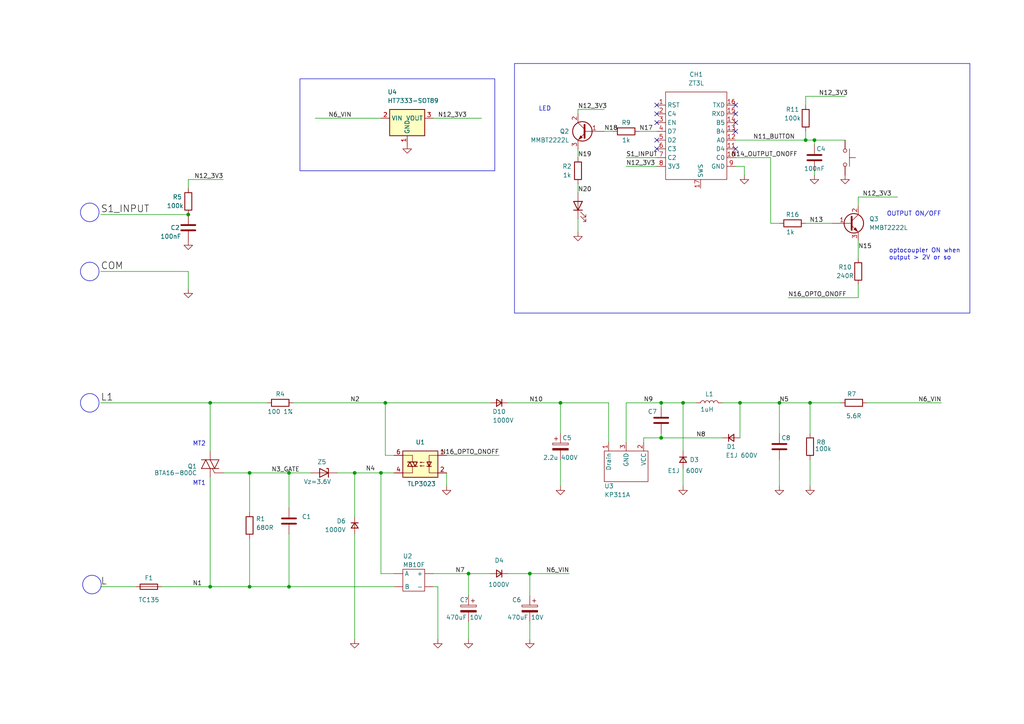
<source format=kicad_sch>
(kicad_sch (version 20230121) (generator eeschema)
  (paper "A4")
  (lib_symbols
    (symbol "Device:C" (pin_numbers hide) (pin_names (offset 0.254))
      (property "Reference" "C" (at 0.635 2.54 0))
      (property "Value" "C" (at 0.635 -2.54 0))
      (symbol "C_0_1"
        (polyline (pts (xy -2.032 -0.762) (xy 2.032 -0.762)) (stroke (width 0.508)))
        (polyline (pts (xy -2.032 0.762) (xy 2.032 0.762)) (stroke (width 0.508)))
      )
      (symbol "C_1_1"
        (pin passive line (at 0 3.81 270) (length 2.794) (name "~") (number "1"))
        (pin passive line (at 0 -3.81 90) (length 2.794) (name "~") (number "2"))
      )
    )
    (symbol "Device:C_Polarized" (pin_numbers hide) (pin_names (offset 0.254))
      (property "Reference" "C" (at 0.635 2.54 0))
      (property "Value" "C_Polarized" (at 0.635 -2.54 0))
      (symbol "C_Polarized_0_1"
        (rectangle (start -2.286 0.508) (end 2.286 1.016))
        (polyline (pts (xy -1.778 2.286) (xy -0.762 2.286)))
        (polyline (pts (xy -1.27 2.794) (xy -1.27 1.778)))
        (rectangle (start 2.286 -0.508) (end -2.286 -1.016) (fill (type outline)))
      )
      (symbol "C_Polarized_1_1"
        (pin passive line (at 0 3.81 270) (length 2.794) (name "~") (number "1"))
        (pin passive line (at 0 -3.81 90) (length 2.794) (name "~") (number "2"))
      )
    )
    (symbol "Device:D_Small" (pin_numbers hide) (pin_names (offset 0.254) hide)
      (property "Reference" "D" (at -1.27 2.032 0))
      (property "Value" "D_Small" (at -3.81 -2.032 0))
      (symbol "D_Small_0_1"
        (polyline (pts (xy -0.762 -1.016) (xy -0.762 1.016)) (stroke (width 0.254)))
        (polyline (pts (xy -0.762 0) (xy 0.762 0)))
        (polyline (pts (xy 0.762 -1.016) (xy -0.762 0) (xy 0.762 1.016) (xy 0.762 -1.016)) (stroke (width 0.254)))
      )
      (symbol "D_Small_1_1"
        (pin passive line (at -2.54 0 0) (length 1.778) (name "K") (number "1"))
        (pin passive line (at 2.54 0 180) (length 1.778) (name "A") (number "2"))
      )
    )
    (symbol "Device:D_Zener" (pin_numbers hide) (pin_names (offset 1.016) hide)
      (property "Reference" "D" (at 0 2.54 0))
      (property "Value" "D_Zener" (at 0 -2.54 0))
      (symbol "D_Zener_0_1"
        (polyline (pts (xy 1.27 0) (xy -1.27 0)))
        (polyline (pts (xy -1.27 -1.27) (xy -1.27 1.27) (xy -0.762 1.27)) (stroke (width 0.254)))
        (polyline (pts (xy 1.27 -1.27) (xy 1.27 1.27) (xy -1.27 0) (xy 1.27 -1.27)) (stroke (width 0.254)))
      )
      (symbol "D_Zener_1_1"
        (pin passive line (at -3.81 0 0) (length 2.54) (name "K") (number "1"))
        (pin passive line (at 3.81 0 180) (length 2.54) (name "A") (number "2"))
      )
    )
    (symbol "Device:Fuse" (pin_numbers hide) (pin_names (offset 0))
      (property "Reference" "F" (at 2.032 0 90))
      (property "Value" "Fuse" (at -1.905 0 90))
      (symbol "Fuse_0_1"
        (rectangle (start -0.762 -2.54) (end 0.762 2.54) (stroke (width 0.254)))
        (polyline (pts (xy 0 2.54) (xy 0 -2.54)))
      )
      (symbol "Fuse_1_1"
        (pin passive line (at 0 3.81 270) (length 1.27) (name "~") (number "1"))
        (pin passive line (at 0 -3.81 90) (length 1.27) (name "~") (number "2"))
      )
    )
    (symbol "Device:L" (pin_numbers hide) (pin_names (offset 1.016) hide)
      (property "Reference" "L" (at -1.27 0 90))
      (property "Value" "L" (at 1.905 0 90))
      (symbol "L_0_1"
        (arc (start 0 -2.54) (mid 0.6323 -1.905) (end 0 -1.27))
        (arc (start 0 -1.27) (mid 0.6323 -0.635) (end 0 0))
        (arc (start 0 0) (mid 0.6323 0.635) (end 0 1.27))
        (arc (start 0 1.27) (mid 0.6323 1.905) (end 0 2.54))
      )
      (symbol "L_1_1"
        (pin passive line (at 0 3.81 270) (length 1.27) (name "1") (number "1"))
        (pin passive line (at 0 -3.81 90) (length 1.27) (name "2") (number "2"))
      )
    )
    (symbol "Device:LED" (pin_numbers hide) (pin_names (offset 1.016) hide)
      (property "Reference" "D" (at 0 2.54 0))
      (property "Value" "LED" (at 0 -2.54 0))
      (symbol "LED_0_1"
        (polyline (pts (xy -1.27 -1.27) (xy -1.27 1.27)) (stroke (width 0.254)))
        (polyline (pts (xy -1.27 0) (xy 1.27 0)))
        (polyline (pts (xy 1.27 -1.27) (xy 1.27 1.27) (xy -1.27 0) (xy 1.27 -1.27)) (stroke (width 0.254)))
        (polyline (pts (xy -3.048 -0.762) (xy -4.572 -2.286) (xy -3.81 -2.286) (xy -4.572 -2.286) (xy -4.572 -1.524)))
        (polyline (pts (xy -1.778 -0.762) (xy -3.302 -2.286) (xy -2.54 -2.286) (xy -3.302 -2.286) (xy -3.302 -1.524)))
      )
      (symbol "LED_1_1"
        (pin passive line (at -3.81 0 0) (length 2.54) (name "K") (number "1"))
        (pin passive line (at 3.81 0 180) (length 2.54) (name "A") (number "2"))
      )
    )
    (symbol "Device:Q_NPN_BCE" (pin_names (offset 0) hide)
      (property "Reference" "Q" (at 5.08 1.27 0))
      (property "Value" "Q_NPN_BCE" (at 5.08 -1.27 0))
      (symbol "Q_NPN_BCE_0_1"
        (polyline (pts (xy 0.635 0.635) (xy 2.54 2.54)))
        (polyline (pts (xy 0.635 -0.635) (xy 2.54 -2.54) (xy 2.54 -2.54)))
        (polyline (pts (xy 0.635 1.905) (xy 0.635 -1.905) (xy 0.635 -1.905)) (stroke (width 0.508)))
        (polyline (pts (xy 1.27 -1.778) (xy 1.778 -1.27) (xy 2.286 -2.286) (xy 1.27 -1.778) (xy 1.27 -1.778)) (fill (type outline)))
        (circle (center 1.27 0) (radius 2.8194) (stroke (width 0.254)))
      )
      (symbol "Q_NPN_BCE_1_1"
        (pin input line (at -5.08 0 0) (length 5.715) (name "B") (number "1"))
        (pin passive line (at 2.54 5.08 270) (length 2.54) (name "C") (number "2"))
        (pin passive line (at 2.54 -5.08 90) (length 2.54) (name "E") (number "3"))
      )
    )
    (symbol "Device:R" (pin_numbers hide) (pin_names (offset 0))
      (property "Reference" "R" (at 2.032 0 90))
      (property "Value" "R" (at 0 0 90))
      (symbol "R_0_1"
        (rectangle (start -1.016 -2.54) (end 1.016 2.54) (stroke (width 0.254)))
      )
      (symbol "R_1_1"
        (pin passive line (at 0 3.81 270) (length 1.27) (name "~") (number "1"))
        (pin passive line (at 0 -3.81 90) (length 1.27) (name "~") (number "2"))
      )
    )
    (symbol "Isolator:TLP3023" (pin_names (offset 1.016))
      (property "Reference" "U" (at -5.08 5.08 0))
      (property "Value" "TLP3023" (at 0 5.08 0))
      (symbol "TLP3023_0_1"
        (rectangle (start -5.08 3.81) (end 5.08 -3.81) (stroke (width 0.254)) (fill (type background)))
        (polyline (pts (xy -3.175 -0.635) (xy -1.905 -0.635)) (stroke (width 0.254)))
        (polyline (pts (xy 1.905 0.635) (xy 3.683 0.635)) (stroke (width 0.254)))
        (polyline (pts (xy 2.286 -2.54) (xy 2.286 -0.635)))
        (polyline (pts (xy 2.286 -2.54) (xy 5.08 -2.54)))
        (polyline (pts (xy 2.286 2.54) (xy 2.286 0.635)))
        (polyline (pts (xy 2.286 2.54) (xy 5.08 2.54)))
        (polyline (pts (xy 2.667 -0.635) (xy 0.889 -0.635)) (stroke (width 0.254)))
        (polyline (pts (xy -5.08 2.54) (xy -2.54 2.54) (xy -2.54 0.635)))
        (polyline (pts (xy -2.54 0.762) (xy -2.54 -2.54) (xy -5.08 -2.54)))
        (polyline (pts (xy -2.54 -0.635) (xy -3.175 0.635) (xy -1.905 0.635) (xy -2.54 -0.635)) (stroke (width 0.254)))
        (polyline (pts (xy 1.524 -0.635) (xy 2.159 0.635) (xy 0.889 0.635) (xy 1.524 -0.635)) (stroke (width 0.254)))
        (polyline (pts (xy 3.048 0.635) (xy 2.413 -0.635) (xy 3.683 -0.635) (xy 3.048 0.635)) (stroke (width 0.254)))
        (polyline (pts (xy -1.143 -0.508) (xy 0.127 -0.508) (xy -0.254 -0.635) (xy -0.254 -0.381) (xy 0.127 -0.508)))
        (polyline (pts (xy -1.143 0.508) (xy 0.127 0.508) (xy -0.254 0.381) (xy -0.254 0.635) (xy 0.127 0.508)))
      )
      (symbol "TLP3023_1_1"
        (pin passive line (at -7.62 2.54 0) (length 2.54) (name "~") (number "1"))
        (pin passive line (at -7.62 -2.54 0) (length 2.54) (name "~") (number "2"))
        (pin no_connect line (at -5.08 0 0) (length 2.54) hide (name "NC") (number "3"))
        (pin passive line (at 7.62 -2.54 180) (length 2.54) (name "~") (number "4"))
        (pin passive line (at 7.62 2.54 180) (length 2.54) (name "~") (number "6"))
      )
    )
    (symbol "Regulator_Linear:HT75xx-1-SOT89"
      (property "Reference" "U" (at -5.08 -3.81 0))
      (property "Value" "HT75xx-1-SOT89" (at 0 6.35 0))
      (symbol "HT75xx-1-SOT89_0_1"
        (rectangle (start -5.08 5.08) (end 5.08 -2.54) (stroke (width 0.254)) (fill (type background)))
      )
      (symbol "HT75xx-1-SOT89_1_1"
        (pin power_in line (at 0 -5.08 90) (length 2.54) (name "GND") (number "1"))
        (pin power_in line (at -7.62 2.54 0) (length 2.54) (name "VIN") (number "2"))
        (pin power_out line (at 7.62 2.54 180) (length 2.54) (name "VOUT") (number "3"))
      )
    )
    (symbol "Switch:SW_Push" (pin_numbers hide) (pin_names (offset 1.016) hide)
      (property "Reference" "SW" (at 1.27 2.54 0))
      (property "Value" "SW_Push" (at 0 -1.524 0))
      (symbol "SW_Push_0_1"
        (circle (center -2.032 0) (radius 0.508))
        (polyline (pts (xy 0 1.27) (xy 0 3.048)))
        (polyline (pts (xy 2.54 1.27) (xy -2.54 1.27)))
        (circle (center 2.032 0) (radius 0.508))
        (pin passive line (at -5.08 0 0) (length 2.54) (name "1") (number "1"))
        (pin passive line (at 5.08 0 180) (length 2.54) (name "2") (number "2"))
      )
    )
    (symbol "Triac_Thyristor:BTA16-800C" (pin_numbers hide) (pin_names (offset 0) hide)
      (property "Reference" "Q" (at 5.08 1.905 0))
      (property "Value" "BTA16-800C" (at 5.08 0 0))
      (symbol "BTA16-800C_0_1"
        (polyline (pts (xy -2.54 -1.27) (xy 2.54 -1.27)) (stroke (width 0.2032)))
        (polyline (pts (xy -2.54 1.27) (xy 2.54 1.27)) (stroke (width 0.2032)))
        (polyline (pts (xy -1.27 -2.54) (xy -0.635 -1.27)))
        (polyline (pts (xy -2.54 1.27) (xy -1.27 -1.27) (xy 0 1.27)) (stroke (width 0.2032)))
        (polyline (pts (xy 0 -1.27) (xy 1.27 1.27) (xy 2.54 -1.27)) (stroke (width 0.2032)))
      )
      (symbol "BTA16-800C_1_1"
        (pin passive line (at 0 -3.81 90) (length 2.54) (name "A1") (number "1"))
        (pin passive line (at 0 3.81 270) (length 2.54) (name "A2") (number "2"))
        (pin input line (at -3.81 -2.54 0) (length 2.54) (name "G") (number "3"))
      )
    )
    (symbol "neutrino:KP311A"
      (property "Reference" "U" (at -1.27 -1.27 0))
      (symbol "KP311A_0_1"
        (rectangle (start 0 0) (end 12.7 -8.89))
      )
      (symbol "KP311A_1_1"
        (pin power_in line (at 1.27 2.54 270) (length 2.54) (name "Drain") (number "1"))
        (pin power_out line (at 11.43 2.54 270) (length 2.54) (name "VCC") (number "2"))
        (pin power_out line (at 6.35 2.54 270) (length 2.54) (name "GND") (number "3"))
      )
    )
    (symbol "neutrino:Rectifier"
      (property "Reference" "U" (at 0 0 0))
      (property "Value" "Rectifier" (at 0 0 0))
      (symbol "Rectifier_0_0"
        (pin unspecified line (at 1.27 -8.89 90) (length 2.54) (name "+") (number ""))
        (pin unspecified line (at 5.08 -8.89 90) (length 2.54) (name "-") (number ""))
        (pin unspecified line (at 1.27 2.54 270) (length 2.54) (name "A") (number ""))
        (pin unspecified line (at 5.08 2.54 270) (length 2.54) (name "B") (number ""))
      )
      (symbol "Rectifier_0_1"
        (rectangle (start 0 0) (end 6.35 -6.35))
      )
    )
    (symbol "neutrino:ZT3L"
      (property "Reference" "U" (at -2.54 -3.81 0))
      (property "Value" "ZT3L" (at -2.54 -3.81 0))
      (symbol "ZT3L_0_0"
        (pin unspecified line (at -2.54 -3.81 0) (length 2.54) (name "RST") (number "1"))
        (pin unspecified line (at 20.32 -19.05 180) (length 2.54) (name "C0") (number "10"))
        (pin unspecified line (at 20.32 -16.51 180) (length 2.54) (name "D4") (number "11"))
        (pin unspecified line (at 20.32 -13.97 180) (length 2.54) (name "A0") (number "12"))
        (pin unspecified line (at 20.32 -11.43 180) (length 2.54) (name "B4") (number "13"))
        (pin unspecified line (at 20.32 -8.89 180) (length 2.54) (name "B5") (number "14"))
        (pin unspecified line (at 20.32 -6.35 180) (length 2.54) (name "RXD") (number "15"))
        (pin unspecified line (at 20.32 -3.81 180) (length 2.54) (name "TXD") (number "16"))
        (pin unspecified line (at 10.16 -27.94 90) (length 2.54) (name "SWS") (number "17"))
        (pin unspecified line (at -2.54 -6.35 0) (length 2.54) (name "C4") (number "2"))
        (pin unspecified line (at -2.54 -8.89 0) (length 2.54) (name "EN") (number "3"))
        (pin unspecified line (at -2.54 -11.43 0) (length 2.54) (name "D7") (number "4"))
        (pin unspecified line (at -2.54 -13.97 0) (length 2.54) (name "D2") (number "5"))
        (pin unspecified line (at -2.54 -16.51 0) (length 2.54) (name "C3") (number "6"))
        (pin unspecified line (at -2.54 -19.05 0) (length 2.54) (name "C2") (number "7"))
        (pin unspecified line (at -2.54 -21.59 0) (length 2.54) (name "3V3") (number "8"))
        (pin unspecified line (at 20.32 -21.59 180) (length 2.54) (name "GND") (number "9"))
      )
      (symbol "ZT3L_0_1"
        (rectangle (start 0 0) (end 17.78 -25.4))
      )
    )
    (symbol "power:GND" (power) (pin_names (offset 0))
      (property "Value" "GND" (at 0 -3.81 0))
      (symbol "GND_0_1"
        (polyline (pts (xy 0 0) (xy 0 -1.27) (xy 1.27 -1.27) (xy 0 -2.54) (xy -1.27 -1.27) (xy 0 -1.27)))
      )
      (symbol "GND_1_1"
        (pin power_in line (at 0 0 270) (length 0) hide (name "GND") (number "1"))
      )
    )
  )
  (junction (at 234.95 116.84))
  (junction (at 111.76 116.84))
  (junction (at 191.77 127))
  (junction (at 191.77 116.84))
  (junction (at 83.82 170.18))
  (junction (at 233.68 40.64))
  (junction (at 162.56 116.84))
  (junction (at 102.87 137.16))
  (junction (at 214.63 116.84))
  (junction (at 60.96 170.18))
  (junction (at 135.89 166.37))
  (junction (at 60.96 116.84))
  (junction (at 54.61 62.23))
  (junction (at 83.82 137.16))
  (junction (at 72.39 137.16))
  (junction (at 198.12 116.84))
  (junction (at 72.39 170.18))
  (junction (at 226.06 116.84))
  (junction (at 236.22 40.64))
  (junction (at 153.67 166.37))
  (junction (at 110.49 137.16))
  (no_connect (at 213.36 33.02))
  (no_connect (at 213.36 38.1))
  (no_connect (at 213.36 35.56))
  (no_connect (at 190.5 43.18))
  (no_connect (at 190.5 35.56))
  (no_connect (at 190.5 40.64))
  (no_connect (at 213.36 43.18))
  (no_connect (at 190.5 33.02))
  (no_connect (at 190.5 30.48))
  (no_connect (at 213.36 30.48))
  (wire (pts (xy 233.68 27.94) (xy 245.11 27.94)))
  (wire (pts (xy 233.68 38.1) (xy 233.68 40.64)))
  (wire (pts (xy 198.12 116.84) (xy 201.93 116.84)))
  (wire (pts (xy 72.39 137.16) (xy 72.39 148.59)))
  (wire (pts (xy 176.53 116.84) (xy 176.53 128.27)))
  (wire (pts (xy 251.46 116.84) (xy 273.05 116.84)))
  (wire (pts (xy 248.92 57.15) (xy 260.35 57.15)))
  (wire (pts (xy 223.52 64.77) (xy 226.06 64.77)))
  (wire (pts (xy 234.95 116.84) (xy 234.95 125.73)))
  (wire (pts (xy 186.69 127) (xy 191.77 127)))
  (wire (pts (xy 129.54 132.08) (xy 144.78 132.08)))
  (wire (pts (xy 111.76 116.84) (xy 142.24 116.84)))
  (wire (pts (xy 236.22 41.91) (xy 236.22 40.64)))
  (wire (pts (xy 153.67 180.34) (xy 153.67 185.42)))
  (wire (pts (xy 60.96 170.18) (xy 72.39 170.18)))
  (wire (pts (xy 248.92 59.69) (xy 248.92 57.15)))
  (wire (pts (xy 102.87 137.16) (xy 102.87 149.86)))
  (wire (pts (xy 233.68 30.48) (xy 233.68 27.94)))
  (wire (pts (xy 228.6 86.36) (xy 248.92 86.36)))
  (wire (pts (xy 111.76 116.84) (xy 111.76 132.08)))
  (wire (pts (xy 110.49 166.37) (xy 114.3 166.37)))
  (wire (pts (xy 191.77 116.84) (xy 198.12 116.84)))
  (wire (pts (xy 127 170.18) (xy 125.73 170.18)))
  (wire (pts (xy 167.64 31.75) (xy 175.26 31.75)))
  (wire (pts (xy 72.39 137.16) (xy 83.82 137.16)))
  (wire (pts (xy 198.12 135.89) (xy 198.12 140.97)))
  (wire (pts (xy 214.63 116.84) (xy 214.63 127)))
  (wire (pts (xy 102.87 137.16) (xy 110.49 137.16)))
  (wire (pts (xy 29.21 62.23) (xy 54.61 62.23)))
  (wire (pts (xy 85.09 116.84) (xy 111.76 116.84)))
  (wire (pts (xy 72.39 170.18) (xy 83.82 170.18)))
  (wire (pts (xy 191.77 127) (xy 191.77 125.73)))
  (wire (pts (xy 114.3 170.18) (xy 83.82 170.18)))
  (wire (pts (xy 83.82 154.94) (xy 83.82 170.18)))
  (wire (pts (xy 191.77 118.11) (xy 191.77 116.84)))
  (wire (pts (xy 167.64 63.5) (xy 167.64 67.31)))
  (wire (pts (xy 214.63 116.84) (xy 226.06 116.84)))
  (wire (pts (xy 167.64 53.34) (xy 167.64 55.88)))
  (wire (pts (xy 248.92 74.93) (xy 248.92 69.85)))
  (wire (pts (xy 125.73 166.37) (xy 135.89 166.37)))
  (wire (pts (xy 181.61 116.84) (xy 191.77 116.84)))
  (wire (pts (xy 175.26 38.1) (xy 177.8 38.1)))
  (wire (pts (xy 167.64 43.18) (xy 167.64 45.72)))
  (wire (pts (xy 54.61 52.07) (xy 64.77 52.07)))
  (wire (pts (xy 236.22 50.8) (xy 236.22 49.53)))
  (wire (pts (xy 83.82 137.16) (xy 90.17 137.16)))
  (wire (pts (xy 147.32 116.84) (xy 162.56 116.84)))
  (wire (pts (xy 127 170.18) (xy 127 185.42)))
  (wire (pts (xy 223.52 45.72) (xy 223.52 64.77)))
  (wire (pts (xy 46.99 170.18) (xy 60.96 170.18)))
  (wire (pts (xy 191.77 127) (xy 209.55 127)))
  (wire (pts (xy 233.68 64.77) (xy 241.3 64.77)))
  (wire (pts (xy 60.96 116.84) (xy 77.47 116.84)))
  (wire (pts (xy 83.82 137.16) (xy 83.82 147.32)))
  (wire (pts (xy 226.06 116.84) (xy 234.95 116.84)))
  (wire (pts (xy 153.67 166.37) (xy 165.1 166.37)))
  (wire (pts (xy 129.54 137.16) (xy 129.54 140.97)))
  (wire (pts (xy 198.12 116.84) (xy 198.12 130.81)))
  (wire (pts (xy 29.21 116.84) (xy 60.96 116.84)))
  (wire (pts (xy 226.06 116.84) (xy 226.06 125.73)))
  (wire (pts (xy 209.55 116.84) (xy 214.63 116.84)))
  (wire (pts (xy 60.96 138.43) (xy 60.96 170.18)))
  (wire (pts (xy 125.73 34.29) (xy 139.7 34.29)))
  (wire (pts (xy 110.49 137.16) (xy 110.49 166.37)))
  (wire (pts (xy 181.61 48.26) (xy 190.5 48.26)))
  (wire (pts (xy 54.61 78.74) (xy 54.61 83.82)))
  (wire (pts (xy 236.22 40.64) (xy 245.11 40.64)))
  (wire (pts (xy 162.56 116.84) (xy 162.56 125.73)))
  (wire (pts (xy 234.95 116.84) (xy 243.84 116.84)))
  (wire (pts (xy 54.61 54.61) (xy 54.61 52.07)))
  (wire (pts (xy 186.69 127) (xy 186.69 128.27)))
  (wire (pts (xy 135.89 166.37) (xy 135.89 172.72)))
  (wire (pts (xy 213.36 48.26) (xy 215.9 48.26)))
  (wire (pts (xy 72.39 156.21) (xy 72.39 170.18)))
  (wire (pts (xy 213.36 40.64) (xy 233.68 40.64)))
  (wire (pts (xy 135.89 180.34) (xy 135.89 185.42)))
  (wire (pts (xy 91.44 34.29) (xy 110.49 34.29)))
  (wire (pts (xy 226.06 133.35) (xy 226.06 140.97)))
  (wire (pts (xy 153.67 166.37) (xy 153.67 172.72)))
  (wire (pts (xy 215.9 48.26) (xy 215.9 50.8)))
  (wire (pts (xy 167.64 33.02) (xy 167.64 31.75)))
  (wire (pts (xy 162.56 133.35) (xy 162.56 140.97)))
  (wire (pts (xy 233.68 40.64) (xy 236.22 40.64)))
  (wire (pts (xy 60.96 116.84) (xy 60.96 130.81)))
  (wire (pts (xy 111.76 132.08) (xy 114.3 132.08)))
  (wire (pts (xy 185.42 38.1) (xy 190.5 38.1)))
  (wire (pts (xy 29.21 170.18) (xy 39.37 170.18)))
  (wire (pts (xy 147.32 166.37) (xy 153.67 166.37)))
  (wire (pts (xy 248.92 86.36) (xy 248.92 82.55)))
  (wire (pts (xy 162.56 116.84) (xy 176.53 116.84)))
  (wire (pts (xy 135.89 166.37) (xy 142.24 166.37)))
  (wire (pts (xy 110.49 137.16) (xy 114.3 137.16)))
  (wire (pts (xy 181.61 45.72) (xy 190.5 45.72)))
  (wire (pts (xy 29.21 78.74) (xy 54.61 78.74)))
  (wire (pts (xy 64.77 137.16) (xy 72.39 137.16)))
  (wire (pts (xy 213.36 45.72) (xy 223.52 45.72)))
  (wire (pts (xy 234.95 133.35) (xy 234.95 140.97)))
  (wire (pts (xy 97.79 137.16) (xy 102.87 137.16)))
  (wire (pts (xy 102.87 154.94) (xy 102.87 185.42)))
  (wire (pts (xy 181.61 128.27) (xy 181.61 116.84)))
  (circle (center 26.67 169.545) (radius 2.6941))
  (circle (center 26.035 116.84) (radius 2.6941))
  (rectangle (start 86.995 22.86) (end 143.51 49.53))
  (circle (center 26.035 61.595) (radius 2.6941))
  (rectangle (start 149.225 18.415) (end 281.305 90.805))
  (circle (center 26.035 78.74) (radius 2.6941))
  (text "MT1" (at 55.88 140.97 0) (effects (font (size 1.27 1.27)) (justify left bottom)))
  (text "optocoupler ON when\noutput > 2V or so" (at 257.81 75.565 0) (effects (font (size 1.27 1.27)) (justify left bottom)))
  (text "OUTPUT ON/OFF" (at 257.175 62.865 0) (effects (font (size 1.27 1.27)) (justify left bottom)))
  (text "LED" (at 156.21 32.385 0) (effects (font (size 1.27 1.27)) (justify left bottom)))
  (text "MT2" (at 55.88 129.54 0) (effects (font (size 1.27 1.27)) (justify left bottom)))
  (label "S1_INPUT" (at 181.61 45.72 0))
  (label "N6_VIN" (at 273.05 116.84 180))
  (label "N12_3V3" (at 64.77 52.07 180))
  (label "N5" (at 226.06 116.84 0))
  (label "N3_GATE" (at 78.74 137.16 0))
  (label "N12_3V3" (at 250.19 57.15 0))
  (label "COM" (at 29.21 78.74 0) (effects (font (size 2 2))))
  (label "S1_INPUT" (at 29.21 62.23 0) (effects (font (size 2 2))))
  (label "N2" (at 101.6 116.84 0))
  (label "N9" (at 186.69 116.84 0))
  (label "N12_3V3" (at 237.49 27.94 0))
  (label "N15" (at 248.92 72.39 0))
  (label "N17" (at 185.42 38.1 0))
  (label "N14_OUTPUT_ONOFF" (at 212.09 45.72 0))
  (label "N7" (at 132.08 166.37 0))
  (label "N12_3V3" (at 127 34.29 0))
  (label "N16_OPTO_ONOFF" (at 144.78 132.08 180))
  (label "L" (at 29.21 170.18 0) (effects (font (size 2 2))))
  (label "L1" (at 29.21 116.84 0) (effects (font (size 2 2))))
  (label "N19" (at 167.64 45.72 0))
  (label "N4" (at 106.0757 136.8929 0))
  (label "N6_VIN" (at 95.25 34.29 0))
  (label "N13" (at 238.76 64.77 180))
  (label "N10" (at 157.48 116.84 180))
  (label "N12_3V3" (at 181.61 48.26 0))
  (label "N8" (at 201.93 127 0))
  (label "N6_VIN" (at 165.1 166.37 180))
  (label "N18" (at 175.26 38.1 0))
  (label "N1" (at 55.88 170.18 0))
  (label "N12_3V3" (at 167.64 31.75 0))
  (label "N16_OPTO_ONOFF" (at 228.6 86.36 0))
  (label "N11_BUTTON" (at 218.44 40.64 0))
  (label "N20" (at 167.64 55.88 0))
  (symbol (lib_id "Device:D_Small") (at 144.78 166.37 180) (unit 1)
    (property "Reference" "D4" (at 144.78 162.56 0))
    (property "Value" "1000V" (at 141.605 169.545 0) (effects (justify right)))
    (property "DC Blocking Voltage" "1000V" (effects hide))
    (property "Marking" "A7" (effects hide))
    (property "Sim.Device" "D" (effects hide))
    (property "Sim.Pins" "1=K 2=A" (effects hide))
  )
  (symbol (lib_id "Switch:SW_Push") (at 245.11 45.72 270) (mirror x) (unit 1)
    (property "Reference" "K1" (effects hide))
    (property "Value" "SW_Push" (effects hide))
  )
  (symbol (lib_id "Device:C_Polarized") (at 153.67 176.53 0) (mirror y) (unit 1)
    (property "Reference" "C6" (at 149.86 173.99 0))
    (property "Value" "470uF 10V" (at 152.4 179.07 0))
  )
  (symbol (lib_id "Device:Fuse") (at 43.18 170.18 90) (mirror x) (unit 1)
    (property "Reference" "F1" (at 43.18 167.64 90))
    (property "Value" "TC135" (at 43.18 173.99 90))
  )
  (symbol (lib_id "power:GND") (at 236.22 50.8 0) (unit 1)
    (property "Reference" "#PWR?" (effects hide))
    (property "Value" "GND" (effects hide))
  )
  (symbol (lib_id "Device:R") (at 181.61 38.1 90) (unit 1)
    (property "Reference" "R9" (at 181.61 35.56 90))
    (property "Value" "1k" (at 181.61 40.64 90))
  )
  (symbol (lib_id "power:GND") (at 102.87 185.42 0) (mirror y) (unit 1)
    (property "Reference" "#PWR?" (effects hide))
    (property "Value" "GND" (effects hide))
  )
  (symbol (lib_id "neutrino:ZT3L") (at 193.04 26.67 0) (unit 1)
    (property "Reference" "CH1" (at 201.93 21.59 0))
    (property "Value" "ZT3L" (at 201.93 24.13 0))
  )
  (symbol (lib_id "power:GND") (at 167.64 67.31 0) (unit 1)
    (property "Reference" "#PWR04" (effects hide))
    (property "Value" "GND" (effects hide))
  )
  (symbol (lib_id "power:GND") (at 162.56 140.97 0) (unit 1)
    (property "Reference" "#PWR?" (effects hide))
    (property "Value" "GND" (effects hide))
  )
  (symbol (lib_id "power:GND") (at 215.9 50.8 0) (unit 1)
    (property "Reference" "#PWR06" (effects hide))
    (property "Value" "GND" (effects hide))
  )
  (symbol (lib_id "Device:C") (at 83.82 151.13 0) (mirror y) (unit 1)
    (property "Reference" "C1" (at 88.9 149.86 0))
    (property "Value" "C" (effects hide))
  )
  (symbol (lib_id "power:GND") (at 135.89 185.42 0) (unit 1)
    (property "Reference" "#PWR08" (effects hide))
    (property "Value" "GND" (effects hide))
  )
  (symbol (lib_id "Isolator:TLP3023") (at 121.92 134.62 0) (mirror y) (unit 1)
    (property "Reference" "U1" (at 121.92 128.27 0))
    (property "Value" "TLP3023" (at 118.11 140.335 0) (effects (justify right)))
    (property "Footprint" "Package_DIP:Toshiba_11-7A9" (effects hide))
    (property "Datasheet" "https://toshiba.semicon-storage.com/info/docget.jsp?did=1421&prodName=TLP3021(S)" (effects hide))
  )
  (symbol (lib_id "Device:R") (at 167.64 49.53 180) (unit 1)
    (property "Reference" "R2" (at 164.465 48.26 0))
    (property "Value" "1k" (at 164.465 50.8 0))
    (property "Footprint" "Resistor_SMD:R_0603_1608Metric" (effects hide))
  )
  (symbol (lib_id "power:GND") (at 198.12 140.97 0) (unit 1)
    (property "Reference" "#PWR?" (effects hide))
    (property "Value" "GND" (effects hide))
  )
  (symbol (lib_id "Device:D_Small") (at 198.12 133.35 270) (unit 1)
    (property "Reference" "D3" (at 200.025 133.3499 90) (effects (justify left)))
    (property "Value" "E1J  600V" (at 203.835 136.525 90) (effects (justify right)))
    (property "Sim.Device" "D" (effects hide))
    (property "Sim.Pins" "1=K 2=A" (effects hide))
  )
  (symbol (lib_id "Device:C") (at 236.22 45.72 180) (unit 1)
    (property "Reference" "C4" (at 238.125 43.18 0))
    (property "Value" "100nF" (at 236.22 48.895 0))
  )
  (symbol (lib_id "Device:D_Small") (at 144.78 116.84 0) (mirror y) (unit 1)
    (property "Reference" "D10" (at 144.78 119.38 0))
    (property "Value" "1000V" (at 142.875 121.92 0) (effects (justify right)))
    (property "Marking" "A7" (effects hide))
    (property "Sim.Device" "D" (effects hide))
    (property "Sim.Pins" "1=K 2=A" (effects hide))
  )
  (symbol (lib_id "power:GND") (at 127 185.42 0) (mirror y) (unit 1)
    (property "Reference" "#PWR?" (effects hide))
    (property "Value" "GND" (effects hide))
  )
  (symbol (lib_id "Regulator_Linear:HT75xx-1-SOT89") (at 118.11 36.83 0) (unit 1)
    (property "Reference" "U4" (at 112.395 26.67 0) (effects (justify left)))
    (property "Value" "HT7333-SOT89" (at 112.395 29.21 0) (effects (justify left)))
    (property "Footprint" "Package_TO_SOT_SMD:SOT-89-3" (effects hide))
    (property "Datasheet" "https://www.holtek.com/documents/10179/116711/HT75xx-1v250.pdf" (effects hide))
  )
  (symbol (lib_id "Device:R") (at 248.92 78.74 0) (mirror y) (unit 1)
    (property "Reference" "R10" (at 245.11 77.47 0))
    (property "Value" "240R" (at 245.11 80.01 0))
  )
  (symbol (lib_id "Device:D_Small") (at 102.87 152.4 90) (mirror x) (unit 1)
    (property "Reference" "D6" (at 100.33 151.13 90) (effects (justify left)))
    (property "Value" "1000V" (at 100.33 153.67 90) (effects (justify left)))
    (property "Marking" "A7" (effects hide))
    (property "Sim.Device" "D" (effects hide))
    (property "Sim.Pins" "1=K 2=A" (effects hide))
  )
  (symbol (lib_id "power:GND") (at 118.11 41.91 0) (unit 1)
    (property "Reference" "#PWR07" (effects hide))
    (property "Value" "GND" (effects hide))
  )
  (symbol (lib_id "Triac_Thyristor:BTA16-800C") (at 60.96 134.62 0) (mirror y) (unit 1)
    (property "Reference" "Q1" (at 57.15 135.255 0) (effects (justify left)))
    (property "Value" "BTA16-800C" (at 57.15 137.16 0) (effects (justify left)))
    (property "Footprint" "Package_TO_SOT_THT:TO-220-3_Vertical" (effects hide))
    (property "Datasheet" "https://www.st.com/resource/en/datasheet/bta16.pdf" (effects hide))
  )
  (symbol (lib_id "Device:C_Polarized") (at 162.56 129.54 0) (unit 1)
    (property "Reference" "C5" (at 164.465 127 0))
    (property "Value" "2.2u 400V" (at 162.56 132.715 0))
  )
  (symbol (lib_id "Device:R") (at 81.28 116.84 90) (mirror x) (unit 1)
    (property "Reference" "R4" (at 81.28 114.3 90))
    (property "Value" "100 1%" (at 81.28 119.38 90))
    (property "Footprint" "Resistor_SMD:R_MELF_MMB-0207" (effects hide))
    (property "Type" "MELF" (effects hide))
  )
  (symbol (lib_id "Device:R") (at 234.95 129.54 0) (unit 1)
    (property "Reference" "R8" (at 238.125 128.27 0))
    (property "Value" "100k" (at 238.76 130.175 0))
  )
  (symbol (lib_id "Device:R") (at 247.65 116.84 270) (unit 1)
    (property "Reference" "R7" (at 247.015 114.3 90))
    (property "Value" "5.6R" (at 247.65 120.65 90))
    (property "Marking" "5R10" (effects hide))
  )
  (symbol (lib_id "power:GND") (at 226.06 140.97 0) (unit 1)
    (property "Reference" "#PWR?" (effects hide))
    (property "Value" "GND" (effects hide))
  )
  (symbol (lib_id "Device:D_Small") (at 212.09 127 0) (mirror x) (unit 1)
    (property "Reference" "D1" (at 212.09 129.54 0))
    (property "Value" "E1J 600V" (at 219.71 132.08 0) (effects (justify right)))
    (property "Sim.Device" "D" (effects hide))
    (property "Sim.Pins" "1=K 2=A" (effects hide))
  )
  (symbol (lib_id "Device:C") (at 54.61 66.04 0) (unit 1)
    (property "Reference" "C2" (at 50.8 66.04 0))
    (property "Value" "100nF" (at 49.53 68.58 0))
  )
  (symbol (lib_id "neutrino:KP311A") (at 175.26 130.81 0) (unit 1)
    (property "Reference" "U3" (at 175.26 140.97 0) (effects (justify left)))
    (property "Value" "KP311A" (at 179.07 143.51 0))
    (property "Footprint" "Package_TO_SOT_SMD:SOT-23" (effects hide))
  )
  (symbol (lib_id "Device:R") (at 229.87 64.77 270) (mirror x) (unit 1)
    (property "Reference" "R16" (at 229.87 62.23 90))
    (property "Value" "1k" (at 229.235 67.31 90))
  )
  (symbol (lib_id "Device:C") (at 226.06 129.54 0) (unit 1)
    (property "Reference" "C8" (at 227.965 127 0))
    (property "Value" "C" (effects hide))
  )
  (symbol (lib_id "Device:C") (at 191.77 121.92 0) (mirror y) (unit 1)
    (property "Reference" "C7" (at 189.23 119.38 0))
    (property "Value" "C" (effects hide))
  )
  (symbol (lib_id "Device:R") (at 72.39 152.4 0) (mirror x) (unit 1)
    (property "Reference" "R1" (at 75.565 150.495 0))
    (property "Value" "680R" (at 76.835 153.035 0))
  )
  (symbol (lib_id "Device:Q_NPN_BCE") (at 170.18 38.1 0) (mirror y) (unit 1)
    (property "Reference" "Q2" (at 165.1 38.1 0) (effects (justify left)))
    (property "Value" "MMBT2222L" (at 165.1 40.64 0) (effects (justify left)))
    (property "Marking" "1P" (effects hide))
  )
  (symbol (lib_id "Device:L") (at 205.74 116.84 90) (unit 1)
    (property "Reference" "L1" (at 205.74 114.3 90))
    (property "Value" "1uH" (at 207.01 118.745 90) (effects (justify left)))
  )
  (symbol (lib_id "neutrino:Rectifier") (at 116.84 165.1 90) (mirror x) (unit 1)
    (property "Reference" "U2" (at 116.84 161.29 90) (effects (justify right)))
    (property "Value" "MB10F" (at 116.84 163.83 90) (effects (justify right)))
    (property "Marking" "MB10F" (effects hide))
  )
  (symbol (lib_id "power:GND") (at 153.67 185.42 0) (mirror y) (unit 1)
    (property "Reference" "#PWR05" (effects hide))
    (property "Value" "GND" (effects hide))
  )
  (symbol (lib_id "power:GND") (at 129.54 140.97 0) (mirror y) (unit 1)
    (property "Reference" "#PWR?" (effects hide))
    (property "Value" "GND" (effects hide))
  )
  (symbol (lib_id "power:GND") (at 234.95 140.97 0) (unit 1)
    (property "Reference" "#PWR?" (effects hide))
    (property "Value" "GND" (effects hide))
  )
  (symbol (lib_id "power:GND") (at 245.11 50.8 0) (unit 1)
    (property "Reference" "#PWR?" (effects hide))
    (property "Value" "GND" (effects hide))
  )
  (symbol (lib_id "Device:Q_NPN_BCE") (at 246.38 64.77 0) (unit 1)
    (property "Reference" "Q3" (at 252.095 63.4999 0) (effects (justify left)))
    (property "Value" "MMBT2222L" (at 252.095 66.0399 0) (effects (justify left)))
    (property "Marking" "1P" (effects hide))
  )
  (symbol (lib_id "power:GND") (at 54.61 69.85 0) (unit 1)
    (property "Reference" "#PWR02" (effects hide))
    (property "Value" "GND" (effects hide))
  )
  (symbol (lib_id "power:GND") (at 54.61 83.82 0) (unit 1)
    (property "Reference" "#PWR01" (effects hide))
    (property "Value" "GND" (effects hide))
  )
  (symbol (lib_id "Device:C_Polarized") (at 135.89 176.53 0) (mirror y) (unit 1)
    (property "Reference" "C?" (at 134.62 173.99 0))
    (property "Value" "470uF 10V" (at 134.62 179.07 0))
  )
  (symbol (lib_id "Device:R") (at 233.68 34.29 180) (unit 1)
    (property "Reference" "R11" (at 229.87 31.75 0))
    (property "Value" "100k" (at 229.87 34.29 0))
  )
  (symbol (lib_id "Device:R") (at 54.61 58.42 180) (unit 1)
    (property "Reference" "R5" (at 51.435 57.15 0))
    (property "Value" "100k" (at 50.8 59.69 0))
  )
  (symbol (lib_id "Device:LED") (at 167.64 59.69 90) (unit 1)
    (property "Reference" "LED1" (effects hide))
    (property "Value" "LED" (effects hide))
  )
  (symbol (lib_id "Device:D_Zener") (at 93.98 137.16 0) (mirror y) (unit 1)
    (property "Reference" "Z5" (at 93.345 133.985 0))
    (property "Value" "Vz=3.6V" (at 92.075 139.7 0))
    (property "Marking" "4Z" (effects hide))
  )
)
</source>
